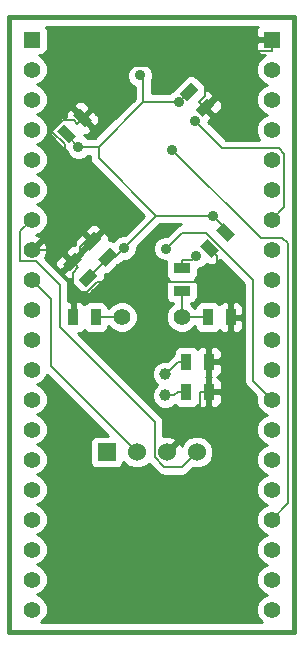
<source format=gbl>
%FSLAX23Y23*%
%MOIN*%
%SFA1B1*%

%IPPOS*%
%ADD11C,0.015000*%
%ADD12R,0.055000X0.055000*%
%ADD13C,0.055000*%
%ADD14R,0.060000X0.060000*%
%ADD15C,0.060000*%
%ADD16C,0.056000*%
%ADD17C,0.039400*%
%ADD18R,0.035000X0.055000*%
%ADD19R,0.055000X0.035000*%
%ADD20C,0.035000*%
%ADD21C,0.008000*%
%ADD22C,0.010000*%
%LNarmplatform-1*%
%LPD*%
G54D11*
X639Y380D02*
Y2430D01*
X1589Y380D02*
X639D01*
X1589Y2430D02*
Y380D01*
X639Y2430D02*
X1589D01*
G54D12*
X1514Y2355D03*
G54D13*
X1514Y2255D03*
Y2155D03*
Y2055D03*
Y1955D03*
Y1855D03*
Y1755D03*
Y1655D03*
Y1555D03*
Y1455D03*
Y1355D03*
Y1255D03*
Y1155D03*
Y1055D03*
Y955D03*
Y855D03*
Y755D03*
Y655D03*
Y555D03*
Y455D03*
G54D12*
X714Y2355D03*
G54D13*
X714Y2255D03*
Y2155D03*
Y2055D03*
Y1955D03*
Y1855D03*
Y1755D03*
Y1655D03*
Y1555D03*
Y1455D03*
Y1355D03*
Y1255D03*
Y1155D03*
Y1055D03*
Y955D03*
Y855D03*
Y755D03*
Y655D03*
Y555D03*
Y455D03*
G54D14*
X964Y980D03*
G54D15*
X1064Y980D03*
X1164D03*
X1264D03*
G54D16*
X1014Y1430D03*
X1214D03*
G54D17*
X1158Y1241D03*
Y1170D03*
G36*
X837Y2010D02*
X798Y2049D01*
X822Y2074*
X861Y2035*
X837Y2010*
G37*
G36*
X890Y2063D02*
X851Y2102D01*
X875Y2127*
X914Y2088*
X890Y2063*
G37*
G36*
X1351Y1745D02*
X1390Y1706D01*
X1365Y1681*
X1326Y1720*
X1351Y1745*
G37*
G36*
X1298Y1692D02*
X1337Y1653D01*
X1312Y1628*
X1273Y1667*
X1298Y1692*
G37*
G36*
X1205Y2175D02*
X1244Y2214D01*
X1269Y2189*
X1230Y2150*
X1205Y2175*
G37*
G36*
X1258Y2122D02*
X1297Y2161D01*
X1322Y2136*
X1283Y2097*
X1258Y2122*
G37*
G36*
X998Y1638D02*
X960Y1599D01*
X935Y1624*
X974Y1663*
X998Y1638*
G37*
G36*
X945Y1691D02*
X907Y1652D01*
X882Y1677*
X921Y1716*
X945Y1691*
G37*
G36*
X933Y1569D02*
X894Y1531D01*
X870Y1555*
X909Y1594*
X933Y1569*
G37*
G36*
X880Y1622D02*
X841Y1584D01*
X817Y1608*
X856Y1647*
X880Y1622*
G37*
G54D18*
X851Y1430D03*
X926D03*
X1376D03*
X1301D03*
X1303Y1281D03*
X1228D03*
X1303Y1181D03*
X1228D03*
G54D19*
X1214Y1518D03*
Y1593D03*
G54D20*
X869Y1998D03*
X1317Y1769D03*
X1203Y2147D03*
X1022Y1662D03*
X1074Y2236D03*
X1161Y1659D03*
X1258Y2085D03*
X1182Y1989D03*
X1260Y1634D03*
G54D21*
X1203Y2147D02*
X1085D01*
Y2225D02*
X1074Y2236D01*
X1085Y2147D02*
Y2225D01*
X1022Y1662D02*
X1129Y1769D01*
X1317D01*
X936Y1962D02*
X1129Y1769D01*
X936Y1998D02*
Y1962D01*
X1085Y2147D02*
X936Y1998D01*
X869D01*
X1358Y1728D02*
Y1713D01*
X1317Y1769D02*
X1358Y1728D01*
X967Y1628D02*
X901Y1562D01*
X967Y1631D02*
Y1628D01*
X991Y1631D02*
X967D01*
X1022Y1662D02*
X991Y1631D01*
X1237Y2181D02*
X1203Y2147D01*
X1237Y2182D02*
Y2181D01*
X830Y2037D02*
Y2042D01*
X869Y1998D02*
X830Y2037D01*
X1293Y1711D02*
X1214D01*
X1451Y1553D02*
X1293Y1711D01*
X1214D02*
X1161Y1659D01*
X1451Y1218D02*
Y1553D01*
X1514Y1155D02*
X1451Y1218D01*
X674Y1716D02*
X714Y1755D01*
X676Y1616D02*
X674Y1619D01*
X727Y1616D02*
X676D01*
X1214Y930D02*
X1157D01*
X1155Y932D02*
Y931D01*
X1157Y930D02*
X1155Y932D01*
X806Y1538D02*
X727Y1616D01*
X806Y1398D02*
Y1538D01*
X1123Y1081D02*
X806Y1398D01*
X1123Y963D02*
Y1081D01*
X1155Y931D02*
X1123Y963D01*
X1264Y980D02*
X1214Y930D01*
X674Y1619D02*
Y1716D01*
X777Y1492D02*
Y1267D01*
X714Y1555D02*
X777Y1492D01*
Y1267D02*
X1064Y980D01*
X1514Y1755D02*
X1555Y1797D01*
Y1975D01*
X1349Y1993D02*
X1258Y2085D01*
X1555Y1975D02*
X1537Y1993D01*
X1349D01*
X1549Y1694D02*
X1568Y1676D01*
X1476Y1694D02*
X1549D01*
X1182Y1989D02*
X1476Y1694D01*
X1568Y1676D02*
Y810D01*
X1514Y755D01*
X1160Y1241D02*
X1200Y1281D01*
X1158Y1241D02*
X1160D01*
X1228Y1281D02*
X1200D01*
X1189Y1170D02*
X1200Y1181D01*
X1228D02*
X1200D01*
X1158Y1170D02*
X1189D01*
X1303Y1181D02*
X1275D01*
Y1092D01*
X1164Y980D01*
X1303Y1281D02*
Y1181D01*
Y1281D02*
X1331D01*
X1376Y1430D02*
Y1326D01*
X1331Y1281D01*
X848Y1615D02*
X868Y1596D01*
X1376Y1449D02*
Y1430D01*
X1332Y1547D02*
Y1633D01*
X714Y1655D02*
X808D01*
X848Y1615D01*
X875Y1642D01*
X904Y1694D02*
X875Y1665D01*
Y1642D01*
X875D01*
X904Y1694D02*
X894Y1703D01*
X914Y1684D02*
X904Y1694D01*
X1332Y1633D02*
Y1633D01*
X851Y1515D02*
Y1430D01*
X868Y1596D02*
X851Y1579D01*
X1332Y1547D02*
X931D01*
X851Y1579D02*
Y1515D01*
X931Y1547D02*
X898Y1515D01*
X851D01*
X1376Y1468D02*
Y1503D01*
X1332Y1547D01*
X823Y1842D02*
Y2007D01*
X782Y2048D01*
Y2051D01*
X817Y2086D01*
X853D01*
X863Y2075D01*
X883Y2095D02*
X863Y2075D01*
X894Y1771D02*
X823Y1842D01*
X1290Y2129D02*
X1270Y2149D01*
X894Y1703D02*
Y1771D01*
X1376Y1449D02*
Y1468D01*
X1290Y2267D02*
X1055D01*
X883Y2095D01*
X1514Y2318D02*
X1340D01*
X1290Y2267D01*
Y2168D01*
X1270Y2149D01*
X1305Y1660D02*
X1332Y1633D01*
X1514Y2355D02*
Y2318D01*
X1014Y1430D02*
X926D01*
X1214Y1593D02*
Y1621D01*
X1247D02*
X1260Y1634D01*
X1214Y1621D02*
X1247D01*
X1214Y1430D02*
Y1518D01*
Y1430D02*
X1301D01*
G36*
X1519Y2350D02*
X1509D01*
X1504*
X1467*
X1461Y2344*
X1461Y2323*
X1465Y2314*
X1472Y2307*
X1481Y2303*
X1491*
X1484Y2300*
X1469Y2285*
X1461Y2266*
Y2245*
X1469Y2226*
X1484Y2211*
X1497Y2205*
X1484Y2200*
X1469Y2185*
X1461Y2166*
Y2145*
X1469Y2126*
X1484Y2111*
X1497Y2105*
X1484Y2100*
X1469Y2085*
X1461Y2066*
Y2045*
X1469Y2026*
X1472Y2022*
X1361*
X1347Y2037*
Y2131*
Y2141*
X1343Y2150*
X1335Y2158*
X1326*
X1297Y2129*
X1319Y2107*
X1328*
X1336Y2115*
X1343Y2122*
X1347Y2131*
Y2037*
X1302Y2081*
X1304Y2083*
X1312Y2091*
Y2100*
X1294Y2118*
X1290Y2122*
X1283Y2129*
X1290Y2136*
X1294Y2140*
X1319Y2165*
Y2174*
X1311Y2182*
X1302Y2186*
X1294*
Y2194*
X1290Y2203*
X1283Y2210*
X1258Y2235*
X1249Y2239*
X1239*
X1230Y2235*
X1223Y2228*
X1184Y2189*
X1182Y2185*
X1179Y2183*
X1172Y2176*
X1114*
Y2221*
X1117Y2227*
Y2244*
X1110Y2260*
X1098Y2272*
X1083Y2278*
X1066*
X1050Y2272*
X1038Y2260*
X1032Y2244*
Y2227*
X1038Y2212*
X1050Y2200*
X1056Y2197*
Y2159*
X939Y2043*
Y2083*
Y2093*
X936Y2102*
X929Y2109*
X921Y2117*
X912*
X905Y2110*
Y2124*
Y2133*
X897Y2141*
X890Y2148*
X880Y2152*
X871*
X861Y2148*
X853Y2140*
Y2131*
X883Y2102*
X905Y2124*
Y2110*
X890Y2095*
X919Y2066*
X928*
X935Y2074*
X939Y2083*
Y2043*
X924Y2027*
X900*
X893Y2034*
X886Y2037*
Y2038*
X895*
X904Y2042*
X912Y2050*
Y2059*
X886Y2084*
X883Y2088*
X875Y2095*
X872Y2099*
X846Y2124*
X838*
X830Y2116*
X826Y2107*
Y2099*
X818*
X808Y2095*
X801Y2088*
X777Y2063*
X773Y2054*
Y2044*
X777Y2035*
X784Y2028*
X822Y1989*
X827Y1987*
X833Y1974*
X845Y1962*
X860Y1955*
X877*
X893Y1962*
X900Y1969*
X907*
Y1962*
X909Y1951*
X915Y1942*
X1088Y1769*
X1023Y1704*
X1014*
X998Y1698*
X986Y1686*
X985Y1685*
X979Y1687*
X970*
Y1696*
X967Y1705*
X959Y1713*
X950*
X943Y1706*
Y1720*
Y1729*
X935Y1737*
X926Y1740*
X916*
X907Y1737*
X900Y1730*
X892Y1722*
Y1713*
X914Y1691*
X943Y1720*
Y1706*
X924Y1687*
X921Y1684*
X914Y1677*
X910Y1673*
X907Y1670*
Y1684*
X884Y1706*
X876*
X868Y1698*
X861Y1691*
X857Y1682*
Y1672*
X851*
X841Y1668*
X834Y1661*
X826Y1653*
Y1645*
X848Y1622*
X878Y1652*
Y1655*
X907Y1684*
Y1670*
X884Y1647*
Y1644*
X859Y1619*
X856Y1615*
X848Y1608*
X845Y1605*
X841Y1601*
Y1615*
X819Y1637*
X810*
X802Y1629*
X795Y1622*
X792Y1613*
Y1603*
X796Y1594*
X803Y1586*
X812*
X841Y1615*
Y1601*
X819Y1579*
Y1570*
X827Y1562*
X836Y1559*
X845*
Y1550*
X848Y1541*
X855Y1534*
X880Y1509*
X889Y1506*
X899*
X908Y1509*
X915Y1516*
X954Y1555*
X958Y1564*
Y1574*
X965*
X974Y1578*
X981Y1585*
X999Y1603*
X1002Y1604*
X1012Y1610*
X1021Y1619*
X1030*
X1046Y1626*
X1058Y1638*
X1065Y1653*
Y1663*
X1141Y1740*
X1212*
X1203Y1738*
X1193Y1732*
X1163Y1701*
X1153*
X1137Y1695*
X1125Y1683*
X1119Y1667*
Y1650*
X1125Y1635*
X1137Y1623*
X1153Y1616*
X1161*
X1161Y1615*
Y1606*
Y1571*
X1165Y1561*
X1171Y1555*
X1165Y1550*
X1161Y1540*
Y1531*
Y1496*
X1165Y1486*
X1172Y1479*
X1181Y1476*
X1184*
X1184Y1475*
X1169Y1461*
X1161Y1441*
Y1420*
X1169Y1400*
X1183Y1386*
X1203Y1377*
X1224*
X1244Y1386*
X1258Y1400*
X1259Y1401*
Y1398*
X1262Y1389*
X1269Y1382*
X1279Y1378*
X1288*
X1323*
X1333Y1382*
X1339Y1388*
X1344Y1382*
X1354Y1378*
X1365Y1378*
X1371Y1384*
Y1420*
Y1425*
Y1435*
Y1440*
Y1477*
X1365Y1483*
X1354Y1483*
X1344Y1479*
X1339Y1473*
X1333Y1479*
X1324Y1483*
X1314*
X1279*
X1269Y1479*
X1262Y1472*
X1259Y1463*
Y1460*
X1258Y1460*
X1244Y1475*
X1243Y1476*
X1246*
X1255Y1479*
X1262Y1486*
X1266Y1495*
Y1505*
Y1540*
X1262Y1550*
X1256Y1555*
X1262Y1561*
X1266Y1570*
Y1580*
Y1591*
X1269*
X1284Y1598*
X1296Y1609*
X1298Y1607*
X1307Y1603*
X1317*
X1326Y1607*
X1334Y1615*
Y1617*
X1335Y1616*
X1341Y1622*
X1422Y1541*
Y1218*
X1425Y1206*
X1431Y1197*
X1461Y1167*
X1461Y1166*
Y1145*
X1469Y1126*
X1484Y1111*
X1497Y1105*
X1484Y1100*
X1469Y1085*
X1461Y1066*
Y1045*
X1469Y1026*
X1484Y1011*
X1497Y1005*
X1484Y1000*
X1469Y985*
X1461Y966*
Y945*
X1469Y926*
X1484Y911*
X1497Y905*
X1484Y900*
X1469Y885*
X1461Y866*
Y845*
X1469Y826*
X1484Y811*
X1497Y805*
X1484Y800*
X1469Y785*
X1461Y766*
Y745*
X1469Y726*
X1484Y711*
X1497Y705*
X1484Y700*
X1469Y685*
X1461Y666*
Y645*
X1469Y626*
X1484Y611*
X1497Y605*
X1484Y600*
X1469Y585*
X1461Y566*
Y545*
X1469Y526*
X1484Y511*
X1497Y505*
X1484Y500*
X1469Y485*
X1461Y466*
Y445*
X1469Y426*
X1482Y413*
X1419*
Y1419*
Y1442*
X1418Y1453*
Y1463*
X1415Y1472*
X1408Y1479*
X1398Y1483*
X1387Y1483*
X1381Y1477*
Y1435*
X1412*
X1419Y1442*
Y1419*
X1412Y1425*
X1381*
Y1384*
X1387Y1378*
X1398Y1378*
X1408Y1382*
X1415Y1389*
X1418Y1398*
Y1408*
X1419Y1419*
Y413*
X1346*
Y1170*
Y1192*
X1346Y1204*
Y1214*
X1342Y1223*
X1335Y1230*
X1331Y1231*
X1335Y1232*
X1342Y1239*
X1346Y1249*
Y1258*
X1346Y1270*
Y1292*
X1346Y1304*
Y1314*
X1342Y1323*
X1335Y1330*
X1326Y1333*
X1314Y1334*
X1308Y1327*
Y1286*
X1340*
X1346Y1292*
Y1270*
X1340Y1276*
X1308*
Y1235*
X1312Y1231*
X1308Y1227*
Y1186*
X1340*
X1346Y1192*
Y1170*
X1340Y1176*
X1308*
Y1135*
X1314Y1129*
X1326Y1129*
X1335Y1132*
X1342Y1139*
X1346Y1149*
Y1158*
X1346Y1170*
Y413*
X745*
X758Y426*
X766Y445*
Y466*
X758Y485*
X743Y500*
X730Y506*
X743Y511*
X758Y526*
X766Y545*
Y566*
X758Y585*
X743Y600*
X730Y606*
X743Y611*
X758Y626*
X766Y645*
Y666*
X758Y685*
X743Y700*
X730Y706*
X743Y711*
X758Y726*
X766Y745*
Y766*
X758Y785*
X743Y800*
X730Y806*
X743Y811*
X758Y826*
X766Y845*
Y866*
X758Y885*
X743Y900*
X730Y906*
X743Y911*
X758Y926*
X766Y945*
Y966*
X758Y985*
X743Y1000*
X730Y1006*
X743Y1011*
X758Y1026*
X766Y1045*
Y1066*
X758Y1085*
X743Y1100*
X730Y1106*
X743Y1111*
X758Y1126*
X766Y1145*
Y1166*
X758Y1185*
X743Y1200*
X730Y1206*
X743Y1211*
X758Y1226*
X764Y1239*
X968Y1035*
X929*
X919Y1032*
X912Y1025*
X909Y1015*
Y1006*
Y946*
X912Y936*
X919Y929*
X929Y926*
X938*
X998*
X1008Y929*
X1015Y936*
X1018Y945*
Y948*
X1032Y934*
X1053Y926*
X1074*
X1095Y934*
X1103Y942*
X1135Y911*
X1135Y910*
X1144Y904*
X1144Y904*
X1146Y904*
X1146*
X1146Y904*
X1146*
X1146Y904*
X1146Y904*
X1157Y902*
X1157Y901*
X1214*
X1225Y904*
X1234Y910*
X1250Y926*
X1253Y926*
X1274*
X1295Y934*
X1310Y949*
X1318Y970*
Y991*
X1310Y1012*
X1298Y1023*
Y1135*
Y1171*
Y1176*
Y1186*
Y1191*
Y1227*
X1295Y1231*
X1298Y1235*
Y1271*
Y1276*
Y1286*
Y1291*
Y1327*
X1292Y1334*
X1281Y1333*
X1272Y1330*
X1266Y1324*
X1260Y1330*
X1251Y1333*
X1241*
X1206*
X1197Y1330*
X1190Y1323*
X1186Y1314*
Y1306*
X1180Y1302*
X1164Y1285*
X1149*
X1133Y1279*
X1120Y1266*
X1114Y1250*
Y1232*
X1120Y1216*
X1131Y1205*
X1120Y1195*
X1114Y1179*
Y1161*
X1120Y1145*
X1133Y1132*
X1149Y1125*
X1167*
X1183Y1132*
X1190Y1139*
X1197Y1132*
X1206Y1129*
X1216*
X1251*
X1260Y1132*
X1266Y1138*
X1272Y1132*
X1281Y1129*
X1292Y1129*
X1298Y1135*
Y1023*
X1295Y1027*
X1274Y1035*
X1253*
X1232Y1027*
X1217Y1012*
X1213Y1002*
X1211Y1009*
X1201Y1011*
X1171Y980*
X1164Y973*
X1156Y980*
X1164Y988*
X1167Y991*
X1194Y1018*
X1192Y1028*
X1171Y1035*
X1152Y1034*
Y1081*
X1152Y1081*
X1150Y1092*
X1150Y1092*
X1144Y1102*
X1144Y1102*
X867Y1378*
X873*
X883Y1382*
X889Y1388*
X894Y1382*
X904Y1378*
X913*
X948*
X958Y1382*
X965Y1389*
X968Y1398*
Y1401*
X969Y1400*
X983Y1386*
X1003Y1377*
X1024*
X1044Y1386*
X1058Y1400*
X1067Y1420*
Y1441*
X1058Y1460*
X1044Y1475*
X1024Y1483*
X1003*
X984Y1475*
X969Y1461*
X968Y1460*
Y1463*
X965Y1472*
X958Y1479*
X949Y1483*
X939*
X904*
X894Y1479*
X889Y1473*
X883Y1479*
X873Y1483*
X862Y1483*
X856Y1477*
Y1440*
Y1435*
Y1425*
X846*
Y1435*
Y1440*
Y1477*
X840Y1483*
X835*
Y1538*
X835Y1538*
X833Y1549*
X833Y1549*
X826Y1558*
X826Y1558*
X756Y1628*
X759Y1629*
X765Y1648*
X764Y1668*
X759Y1682*
X750Y1684*
X724Y1659*
X721Y1655*
X714Y1648*
X706Y1655*
X714Y1663*
X717Y1666*
X743Y1692*
X740Y1701*
X728Y1705*
X743Y1711*
X758Y1726*
X766Y1745*
Y1766*
X758Y1785*
X743Y1800*
X730Y1806*
X743Y1811*
X758Y1826*
X766Y1845*
Y1866*
X758Y1885*
X743Y1900*
X730Y1906*
X743Y1911*
X758Y1926*
X766Y1945*
Y1966*
X758Y1985*
X743Y2000*
X730Y2006*
X743Y2011*
X758Y2026*
X766Y2045*
Y2066*
X758Y2085*
X743Y2100*
X730Y2106*
X743Y2111*
X758Y2126*
X766Y2145*
Y2166*
X758Y2185*
X743Y2200*
X730Y2206*
X743Y2211*
X758Y2226*
X766Y2245*
Y2266*
X758Y2285*
X743Y2300*
X736Y2303*
X746*
X755Y2307*
X762Y2314*
X766Y2323*
Y2333*
Y2388*
X762Y2397*
X761Y2398*
X1466*
X1465Y2397*
X1461Y2388*
X1461Y2367*
X1467Y2360*
X1504*
X1509*
X1519*
Y2350*
G37*
G54D22*
X1519Y2350D02*
X1509D01*
X1504*
X1467*
X1461Y2344*
X1461Y2323*
X1465Y2314*
X1472Y2307*
X1481Y2303*
X1491*
X1484Y2300*
X1469Y2285*
X1461Y2266*
Y2245*
X1469Y2226*
X1484Y2211*
X1497Y2205*
X1484Y2200*
X1469Y2185*
X1461Y2166*
Y2145*
X1469Y2126*
X1484Y2111*
X1497Y2105*
X1484Y2100*
X1469Y2085*
X1461Y2066*
Y2045*
X1469Y2026*
X1472Y2022*
X1361*
X1347Y2037*
Y2131*
Y2141*
X1343Y2150*
X1335Y2158*
X1326*
X1297Y2129*
X1319Y2107*
X1328*
X1336Y2115*
X1343Y2122*
X1347Y2131*
Y2037*
X1302Y2081*
X1304Y2083*
X1312Y2091*
Y2100*
X1294Y2118*
X1290Y2122*
X1283Y2129*
X1290Y2136*
X1294Y2140*
X1319Y2165*
Y2174*
X1311Y2182*
X1302Y2186*
X1294*
Y2194*
X1290Y2203*
X1283Y2210*
X1258Y2235*
X1249Y2239*
X1239*
X1230Y2235*
X1223Y2228*
X1184Y2189*
X1182Y2185*
X1179Y2183*
X1172Y2176*
X1114*
Y2221*
X1117Y2227*
Y2244*
X1110Y2260*
X1098Y2272*
X1083Y2278*
X1066*
X1050Y2272*
X1038Y2260*
X1032Y2244*
Y2227*
X1038Y2212*
X1050Y2200*
X1056Y2197*
Y2159*
X939Y2043*
Y2083*
Y2093*
X936Y2102*
X929Y2109*
X921Y2117*
X912*
X905Y2110*
Y2124*
Y2133*
X897Y2141*
X890Y2148*
X880Y2152*
X871*
X861Y2148*
X853Y2140*
Y2131*
X883Y2102*
X905Y2124*
Y2110*
X890Y2095*
X919Y2066*
X928*
X935Y2074*
X939Y2083*
Y2043*
X924Y2027*
X900*
X893Y2034*
X886Y2037*
Y2038*
X895*
X904Y2042*
X912Y2050*
Y2059*
X886Y2084*
X883Y2088*
X875Y2095*
X872Y2099*
X846Y2124*
X838*
X830Y2116*
X826Y2107*
Y2099*
X818*
X808Y2095*
X801Y2088*
X777Y2063*
X773Y2054*
Y2044*
X777Y2035*
X784Y2028*
X822Y1989*
X827Y1987*
X833Y1974*
X845Y1962*
X860Y1955*
X877*
X893Y1962*
X900Y1969*
X907*
Y1962*
X909Y1951*
X915Y1942*
X1088Y1769*
X1023Y1704*
X1014*
X998Y1698*
X986Y1686*
X985Y1685*
X979Y1687*
X970*
Y1696*
X967Y1705*
X959Y1713*
X950*
X943Y1706*
Y1720*
Y1729*
X935Y1737*
X926Y1740*
X916*
X907Y1737*
X900Y1730*
X892Y1722*
Y1713*
X914Y1691*
X943Y1720*
Y1706*
X924Y1687*
X921Y1684*
X914Y1677*
X910Y1673*
X907Y1670*
Y1684*
X884Y1706*
X876*
X868Y1698*
X861Y1691*
X857Y1682*
Y1672*
X851*
X841Y1668*
X834Y1661*
X826Y1653*
Y1645*
X848Y1622*
X878Y1652*
Y1655*
X907Y1684*
Y1670*
X884Y1647*
Y1644*
X859Y1619*
X856Y1615*
X848Y1608*
X845Y1605*
X841Y1601*
Y1615*
X819Y1637*
X810*
X802Y1629*
X795Y1622*
X792Y1613*
Y1603*
X796Y1594*
X803Y1586*
X812*
X841Y1615*
Y1601*
X819Y1579*
Y1570*
X827Y1562*
X836Y1559*
X845*
Y1550*
X848Y1541*
X855Y1534*
X880Y1509*
X889Y1506*
X899*
X908Y1509*
X915Y1516*
X954Y1555*
X958Y1564*
Y1574*
X965*
X974Y1578*
X981Y1585*
X999Y1603*
X1002Y1604*
X1012Y1610*
X1021Y1619*
X1030*
X1046Y1626*
X1058Y1638*
X1065Y1653*
Y1663*
X1141Y1740*
X1212*
X1203Y1738*
X1193Y1732*
X1163Y1701*
X1153*
X1137Y1695*
X1125Y1683*
X1119Y1667*
Y1650*
X1125Y1635*
X1137Y1623*
X1153Y1616*
X1161*
X1161Y1615*
Y1606*
Y1571*
X1165Y1561*
X1171Y1555*
X1165Y1550*
X1161Y1540*
Y1531*
Y1496*
X1165Y1486*
X1172Y1479*
X1181Y1476*
X1184*
X1184Y1475*
X1169Y1461*
X1161Y1441*
Y1420*
X1169Y1400*
X1183Y1386*
X1203Y1377*
X1224*
X1244Y1386*
X1258Y1400*
X1259Y1401*
Y1398*
X1262Y1389*
X1269Y1382*
X1279Y1378*
X1288*
X1323*
X1333Y1382*
X1339Y1388*
X1344Y1382*
X1354Y1378*
X1365Y1378*
X1371Y1384*
Y1420*
Y1425*
Y1435*
Y1440*
Y1477*
X1365Y1483*
X1354Y1483*
X1344Y1479*
X1339Y1473*
X1333Y1479*
X1324Y1483*
X1314*
X1279*
X1269Y1479*
X1262Y1472*
X1259Y1463*
Y1460*
X1258Y1460*
X1244Y1475*
X1243Y1476*
X1246*
X1255Y1479*
X1262Y1486*
X1266Y1495*
Y1505*
Y1540*
X1262Y1550*
X1256Y1555*
X1262Y1561*
X1266Y1570*
Y1580*
Y1591*
X1269*
X1284Y1598*
X1296Y1609*
X1298Y1607*
X1307Y1603*
X1317*
X1326Y1607*
X1334Y1615*
Y1617*
X1335Y1616*
X1341Y1622*
X1422Y1541*
Y1218*
X1425Y1206*
X1431Y1197*
X1461Y1167*
X1461Y1166*
Y1145*
X1469Y1126*
X1484Y1111*
X1497Y1105*
X1484Y1100*
X1469Y1085*
X1461Y1066*
Y1045*
X1469Y1026*
X1484Y1011*
X1497Y1005*
X1484Y1000*
X1469Y985*
X1461Y966*
Y945*
X1469Y926*
X1484Y911*
X1497Y905*
X1484Y900*
X1469Y885*
X1461Y866*
Y845*
X1469Y826*
X1484Y811*
X1497Y805*
X1484Y800*
X1469Y785*
X1461Y766*
Y745*
X1469Y726*
X1484Y711*
X1497Y705*
X1484Y700*
X1469Y685*
X1461Y666*
Y645*
X1469Y626*
X1484Y611*
X1497Y605*
X1484Y600*
X1469Y585*
X1461Y566*
Y545*
X1469Y526*
X1484Y511*
X1497Y505*
X1484Y500*
X1469Y485*
X1461Y466*
Y445*
X1469Y426*
X1482Y413*
X1419*
Y1419*
Y1442*
X1418Y1453*
Y1463*
X1415Y1472*
X1408Y1479*
X1398Y1483*
X1387Y1483*
X1381Y1477*
Y1435*
X1412*
X1419Y1442*
Y1419*
X1412Y1425*
X1381*
Y1384*
X1387Y1378*
X1398Y1378*
X1408Y1382*
X1415Y1389*
X1418Y1398*
Y1408*
X1419Y1419*
Y413*
X1346*
Y1170*
Y1192*
X1346Y1204*
Y1214*
X1342Y1223*
X1335Y1230*
X1331Y1231*
X1335Y1232*
X1342Y1239*
X1346Y1249*
Y1258*
X1346Y1270*
Y1292*
X1346Y1304*
Y1314*
X1342Y1323*
X1335Y1330*
X1326Y1333*
X1314Y1334*
X1308Y1327*
Y1286*
X1340*
X1346Y1292*
Y1270*
X1340Y1276*
X1308*
Y1235*
X1312Y1231*
X1308Y1227*
Y1186*
X1340*
X1346Y1192*
Y1170*
X1340Y1176*
X1308*
Y1135*
X1314Y1129*
X1326Y1129*
X1335Y1132*
X1342Y1139*
X1346Y1149*
Y1158*
X1346Y1170*
Y413*
X745*
X758Y426*
X766Y445*
Y466*
X758Y485*
X743Y500*
X730Y506*
X743Y511*
X758Y526*
X766Y545*
Y566*
X758Y585*
X743Y600*
X730Y606*
X743Y611*
X758Y626*
X766Y645*
Y666*
X758Y685*
X743Y700*
X730Y706*
X743Y711*
X758Y726*
X766Y745*
Y766*
X758Y785*
X743Y800*
X730Y806*
X743Y811*
X758Y826*
X766Y845*
Y866*
X758Y885*
X743Y900*
X730Y906*
X743Y911*
X758Y926*
X766Y945*
Y966*
X758Y985*
X743Y1000*
X730Y1006*
X743Y1011*
X758Y1026*
X766Y1045*
Y1066*
X758Y1085*
X743Y1100*
X730Y1106*
X743Y1111*
X758Y1126*
X766Y1145*
Y1166*
X758Y1185*
X743Y1200*
X730Y1206*
X743Y1211*
X758Y1226*
X764Y1239*
X968Y1035*
X929*
X919Y1032*
X912Y1025*
X909Y1015*
Y1006*
Y946*
X912Y936*
X919Y929*
X929Y926*
X938*
X998*
X1008Y929*
X1015Y936*
X1018Y945*
Y948*
X1032Y934*
X1053Y926*
X1074*
X1095Y934*
X1103Y942*
X1135Y911*
X1135Y910*
X1144Y904*
X1144Y904*
X1146Y904*
X1146*
X1146Y904*
X1146*
X1146Y904*
X1146Y904*
X1157Y902*
X1157Y901*
X1214*
X1225Y904*
X1234Y910*
X1250Y926*
X1253Y926*
X1274*
X1295Y934*
X1310Y949*
X1318Y970*
Y991*
X1310Y1012*
X1298Y1023*
Y1135*
Y1171*
Y1176*
Y1186*
Y1191*
Y1227*
X1295Y1231*
X1298Y1235*
Y1271*
Y1276*
Y1286*
Y1291*
Y1327*
X1292Y1334*
X1281Y1333*
X1272Y1330*
X1266Y1324*
X1260Y1330*
X1251Y1333*
X1241*
X1206*
X1197Y1330*
X1190Y1323*
X1186Y1314*
Y1306*
X1180Y1302*
X1164Y1285*
X1149*
X1133Y1279*
X1120Y1266*
X1114Y1250*
Y1232*
X1120Y1216*
X1131Y1205*
X1120Y1195*
X1114Y1179*
Y1161*
X1120Y1145*
X1133Y1132*
X1149Y1125*
X1167*
X1183Y1132*
X1190Y1139*
X1197Y1132*
X1206Y1129*
X1216*
X1251*
X1260Y1132*
X1266Y1138*
X1272Y1132*
X1281Y1129*
X1292Y1129*
X1298Y1135*
Y1023*
X1295Y1027*
X1274Y1035*
X1253*
X1232Y1027*
X1217Y1012*
X1213Y1002*
X1211Y1009*
X1201Y1011*
X1171Y980*
X1164Y973*
X1156Y980*
X1164Y988*
X1167Y991*
X1194Y1018*
X1192Y1028*
X1171Y1035*
X1152Y1034*
Y1081*
X1152Y1081*
X1150Y1092*
X1150Y1092*
X1144Y1102*
X1144Y1102*
X867Y1378*
X873*
X883Y1382*
X889Y1388*
X894Y1382*
X904Y1378*
X913*
X948*
X958Y1382*
X965Y1389*
X968Y1398*
Y1401*
X969Y1400*
X983Y1386*
X1003Y1377*
X1024*
X1044Y1386*
X1058Y1400*
X1067Y1420*
Y1441*
X1058Y1460*
X1044Y1475*
X1024Y1483*
X1003*
X984Y1475*
X969Y1461*
X968Y1460*
Y1463*
X965Y1472*
X958Y1479*
X949Y1483*
X939*
X904*
X894Y1479*
X889Y1473*
X883Y1479*
X873Y1483*
X862Y1483*
X856Y1477*
Y1440*
Y1435*
Y1425*
X846*
Y1435*
Y1440*
Y1477*
X840Y1483*
X835*
Y1538*
X835Y1538*
X833Y1549*
X833Y1549*
X826Y1558*
X826Y1558*
X756Y1628*
X759Y1629*
X765Y1648*
X764Y1668*
X759Y1682*
X750Y1684*
X724Y1659*
X721Y1655*
X714Y1648*
X706Y1655*
X714Y1663*
X717Y1666*
X743Y1692*
X740Y1701*
X728Y1705*
X743Y1711*
X758Y1726*
X766Y1745*
Y1766*
X758Y1785*
X743Y1800*
X730Y1806*
X743Y1811*
X758Y1826*
X766Y1845*
Y1866*
X758Y1885*
X743Y1900*
X730Y1906*
X743Y1911*
X758Y1926*
X766Y1945*
Y1966*
X758Y1985*
X743Y2000*
X730Y2006*
X743Y2011*
X758Y2026*
X766Y2045*
Y2066*
X758Y2085*
X743Y2100*
X730Y2106*
X743Y2111*
X758Y2126*
X766Y2145*
Y2166*
X758Y2185*
X743Y2200*
X730Y2206*
X743Y2211*
X758Y2226*
X766Y2245*
Y2266*
X758Y2285*
X743Y2300*
X736Y2303*
X746*
X755Y2307*
X762Y2314*
X766Y2323*
Y2333*
Y2388*
X762Y2397*
X761Y2398*
X1466*
X1465Y2397*
X1461Y2388*
X1461Y2367*
X1467Y2360*
X1504*
X1509*
X1519*
Y2350*
M02*
</source>
